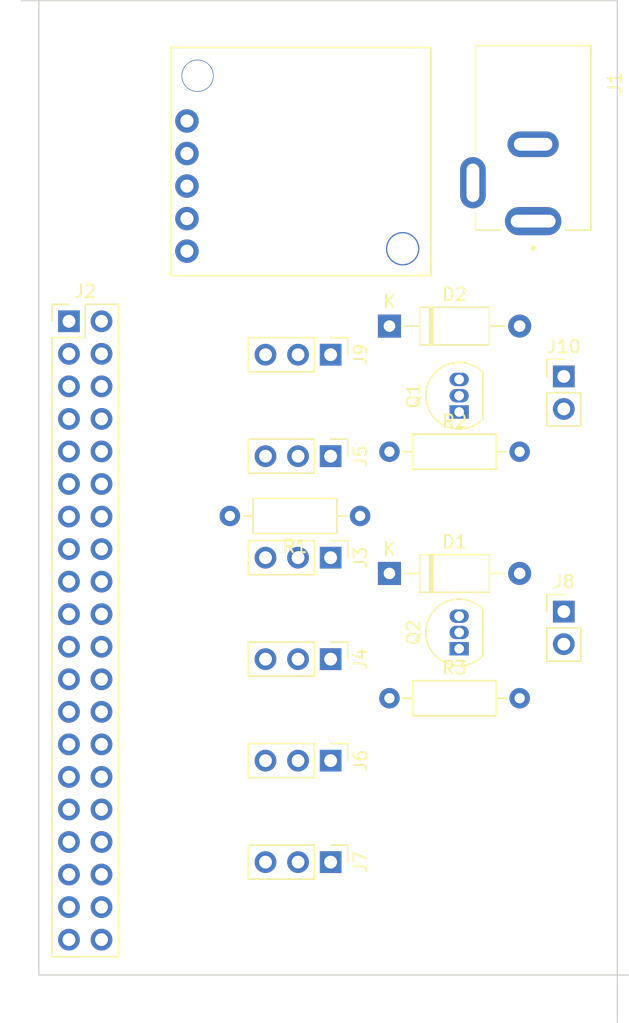
<source format=kicad_pcb>
(kicad_pcb (version 20211014) (generator pcbnew)
  (layers (0 "F.Cu" signal) (31 "B.Cu" signal) (34 "B.Paste" user) (35 "F.Paste" user) (36 "B.SilkS" user "B.Silkscreen") (37 "F.SilkS" user "F.Silkscreen") (38 "B.Mask" user) (39 "F.Mask" user) (44 "Edge.Cuts" user))
  (net 0 "")
  (net 1 "12V")
  (net 2 "3.3V")
  (net 3 "GND")
  (net 26 "Sensor_Data")
  (net 27 "5V")
  (net 28 "Filament_Detector")
  (net 29 "LED_Data")
  (net 30 "GPIO_17")
  (net 31 "GPIO_22")
  (net 32 "Net-(Q1-Pad2)")
  (net 33 "Fan_Control")
  (net 35 "Heat_Sink")
  (net 36 "Net-(Q2-Pad2)")
  (net 37 "Net-(J8-Pad1)")
  (net 38 "Net-(J10-Pad1)")
  (footprint "Package_TO_SOT_THT:TO-92_Inline" (layer "F.Cu") (at 154.792 61.058 90)
    (fp_text reference "Q1" (at 1.27 -3.56 90) (layer "F.SilkS"))
    (fp_text value "S8050")
    (fp_line (start -0.53 1.85) (end 3.07 1.85) (layer "F.SilkS") (width 0.12))
    (fp_arc (start -0.568478 1.838478) (mid -1.132087 -0.994977) (end 1.27 -2.6) (layer "F.SilkS") (width 0.12))
    (fp_arc (start 1.27 -2.6) (mid 3.672087 -0.994977) (end 3.108478 1.838478) (layer "F.SilkS") (width 0.12))
    (pad "1" thru_hole rect locked (at 0 0 90) (size 1.05 1.5) (drill 0.75) (layers *.Cu *.Mask) (net 3 "GND"))
    (pad "2" thru_hole oval locked (at 1.27 0 90) (size 1.05 1.5) (drill 0.75) (layers *.Cu *.Mask) (net 32 "Net-(Q1-Pad2)"))
    (pad "3" thru_hole oval locked (at 2.54 0 90) (size 1.05 1.5) (drill 0.75) (layers *.Cu *.Mask) (net 37 "Net-(J8-Pad1)"))
  )
  (footprint "Pololu:VoltageREG_2851" (layer "F.Cu") (at 142.434 41.518)
    (fp_text reference "U1" hide)
    (fp_text value "D24V550F5_Step_Down_Regulator" hide)
    (fp_line (start -10.15 8.9) (end -10.15 -8.9) (layer "F.SilkS") (width 0.127))
    (fp_line (start 10.15 8.9) (end -10.15 8.9) (layer "F.SilkS") (width 0.127))
    (fp_line (start 10.15 -8.9) (end 10.15 8.9) (layer "F.SilkS") (width 0.127))
    (fp_line (start -10.15 -8.9) (end 10.15 -8.9) (layer "F.SilkS") (width 0.127))
    (pad "0" thru_hole circle (at -8.88 -3.17) (size 1.836 1.836) (drill 1.02) (layers *.Cu *.Mask))
    (pad "1" thru_hole circle (at -8.88 -0.63) (size 1.836 1.836) (drill 1.02) (layers *.Cu *.Mask) (net 1 "12V"))
    (pad "2" thru_hole circle (at -8.88 1.91) (size 1.836 1.836) (drill 1.02) (layers *.Cu *.Mask) (net 3 "GND"))
    (pad "4" thru_hole circle (at -8.88 4.45) (size 1.836 1.836) (drill 1.02) (layers *.Cu *.Mask) (net 3 "GND"))
    (pad "5" thru_hole circle (at -8.88 6.99) (size 1.836 1.836) (drill 1.02) (layers *.Cu *.Mask) (net 27 "5V"))
    (pad "P1" thru_hole circle (at -8.05 -6.7) (size 2.5 2.5) (drill 2.4) (layers *.Cu *.Mask))
    (pad "P2" thru_hole circle (at 7.95 6.8) (size 2.6 2.6) (drill 2.4) (layers *.Cu *.Mask))
  )
  (footprint "Package_TO_SOT_THT:TO-92_Inline" (layer "F.Cu") (at 154.792 79.534 90)
    (fp_text reference "Q2" (at 1.27 -3.56 90) (layer "F.SilkS"))
    (fp_text value "S8050")
    (fp_line (start -0.53 1.85) (end 3.07 1.85) (layer "F.SilkS") (width 0.12))
    (fp_arc (start 1.27 -2.6) (mid 3.672087 -0.994977) (end 3.108478 1.838478) (layer "F.SilkS") (width 0.12))
    (fp_arc (start -0.568478 1.838478) (mid -1.132087 -0.994977) (end 1.27 -2.6) (layer "F.SilkS") (width 0.12))
    (pad "1" thru_hole rect locked (at 0 0 90) (size 1.05 1.5) (drill 0.75) (layers *.Cu *.Mask) (net 3 "GND"))
    (pad "2" thru_hole oval locked (at 1.27 0 90) (size 1.05 1.5) (drill 0.75) (layers *.Cu *.Mask) (net 36 "Net-(Q2-Pad2)"))
    (pad "3" thru_hole oval locked (at 2.54 0 90) (size 1.05 1.5) (drill 0.75) (layers *.Cu *.Mask) (net 38 "Net-(J10-Pad1)"))
  )
  (footprint "Connector_PinHeader_2.54mm:PinHeader_1x03_P2.54mm_Vertical" (layer "F.Cu") (at 144.763 80.3492 -90)
    (fp_text reference "J4" (at 0 -2.33 90) (layer "F.SilkS"))
    (fp_text value "Filament Detector")
    (fp_line (start -1.33 0) (end -1.33 -1.33) (layer "F.SilkS") (width 0.12))
    (fp_line (start 1.33 1.27) (end 1.33 6.41) (layer "F.SilkS") (width 0.12))
    (fp_line (start -1.33 1.27) (end -1.33 6.41) (layer "F.SilkS") (width 0.12))
    (fp_line (start -1.33 1.27) (end 1.33 1.27) (layer "F.SilkS") (width 0.12))
    (fp_line (start -1.33 6.41) (end 1.33 6.41) (layer "F.SilkS") (width 0.12))
    (fp_line (start -1.33 -1.33) (end 0 -1.33) (layer "F.SilkS") (width 0.12))
    (pad "1" thru_hole rect locked (at 0 0 270) (size 1.7 1.7) (drill 1) (layers *.Cu *.Mask) (net 3 "GND"))
    (pad "2" thru_hole oval locked (at 0 2.54 270) (size 1.7 1.7) (drill 1) (layers *.Cu *.Mask) (net 28 "Filament_Detector"))
    (pad "3" thru_hole oval locked (at 0 5.08 270) (size 1.7 1.7) (drill 1) (layers *.Cu *.Mask) (net 27 "5V"))
  )
  (footprint "Connector_PinHeader_2.54mm:PinHeader_1x03_P2.54mm_Vertical" (layer "F.Cu") (at 144.763 72.4288 -90)
    (fp_text reference "J3" (at 0 -2.33 90) (layer "F.SilkS"))
    (fp_text value "Temp Sensor")
    (fp_line (start 1.33 1.27) (end 1.33 6.41) (layer "F.SilkS") (width 0.12))
    (fp_line (start -1.33 1.27) (end 1.33 1.27) (layer "F.SilkS") (width 0.12))
    (fp_line (start -1.33 6.41) (end 1.33 6.41) (layer "F.SilkS") (width 0.12))
    (fp_line (start -1.33 -1.33) (end 0 -1.33) (layer "F.SilkS") (width 0.12))
    (fp_line (start -1.33 0) (end -1.33 -1.33) (layer "F.SilkS") (width 0.12))
    (fp_line (start -1.33 1.27) (end -1.33 6.41) (layer "F.SilkS") (width 0.12))
    (pad "1" thru_hole rect locked (at 0 0 270) (size 1.7 1.7) (drill 1) (layers *.Cu *.Mask) (net 3 "GND"))
    (pad "2" thru_hole oval locked (at 0 2.54 270) (size 1.7 1.7) (drill 1) (layers *.Cu *.Mask) (net 26 "Sensor_Data"))
    (pad "3" thru_hole oval locked (at 0 5.08 270) (size 1.7 1.7) (drill 1) (layers *.Cu *.Mask) (net 2 "3.3V"))
  )
  (footprint "Resistor_THT:R_Axial_DIN0207_L6.3mm_D2.5mm_P10.16mm_Horizontal" (layer "F.Cu") (at 147.064 69.174 180)
    (fp_text reference "R1" (at 5.08 -2.37) (layer "F.SilkS"))
    (fp_text value "4.7K")
    (fp_line (start 8.35 -1.37) (end 1.81 -1.37) (layer "F.SilkS") (width 0.12))
    (fp_line (start 1.81 -1.37) (end 1.81 1.37) (layer "F.SilkS") (width 0.12))
    (fp_line (start 1.04 0) (end 1.81 0) (layer "F.SilkS") (width 0.12))
    (fp_line (start 9.12 0) (end 8.35 0) (layer "F.SilkS") (width 0.12))
    (fp_line (start 1.81 1.37) (end 8.35 1.37) (layer "F.SilkS") (width 0.12))
    (fp_line (start 8.35 1.37) (end 8.35 -1.37) (layer "F.SilkS") (width 0.12))
    (pad "1" thru_hole circle locked (at 0 0 180) (size 1.6 1.6) (drill 0.8) (layers *.Cu *.Mask) (net 26 "Sensor_Data"))
    (pad "2" thru_hole oval locked (at 10.16 0 180) (size 1.6 1.6) (drill 0.8) (layers *.Cu *.Mask) (net 2 "3.3V"))
  )
  (footprint "Connector_PinHeader_2.54mm:PinHeader_1x03_P2.54mm_Vertical" (layer "F.Cu") (at 144.763 88.2696 -90)
    (fp_text reference "J6" (at 0 -2.33 90) (layer "F.SilkS"))
    (fp_text value "Future_5V")
    (fp_line (start -1.33 6.41) (end 1.33 6.41) (layer "F.SilkS") (width 0.12))
    (fp_line (start -1.33 1.27) (end 1.33 1.27) (layer "F.SilkS") (width 0.12))
    (fp_line (start 1.33 1.27) (end 1.33 6.41) (layer "F.SilkS") (width 0.12))
    (fp_line (start -1.33 1.27) (end -1.33 6.41) (layer "F.SilkS") (width 0.12))
    (fp_line (start -1.33 -1.33) (end 0 -1.33) (layer "F.SilkS") (width 0.12))
    (fp_line (start -1.33 0) (end -1.33 -1.33) (layer "F.SilkS") (width 0.12))
    (pad "1" thru_hole rect locked (at 0 0 270) (size 1.7 1.7) (drill 1) (layers *.Cu *.Mask) (net 3 "GND"))
    (pad "2" thru_hole oval locked (at 0 2.54 270) (size 1.7 1.7) (drill 1) (layers *.Cu *.Mask) (net 30 "GPIO_17"))
    (pad "3" thru_hole oval locked (at 0 5.08 270) (size 1.7 1.7) (drill 1) (layers *.Cu *.Mask) (net 27 "5V"))
  )
  (footprint "Connector_PinHeader_2.54mm:PinHeader_2x20_P2.54mm_Vertical" (layer "F.Cu") (at 124.348 53.98)
    (fp_text reference "J2" (at 1.27 -2.33) (layer "F.SilkS"))
    (fp_text value "Raspberry_Pi_2_3")
    (fp_line (start -1.33 1.27) (end 1.27 1.27) (layer "F.SilkS") (width 0.12))
    (fp_line (start -1.33 0) (end -1.33 -1.33) (layer "F.SilkS") (width 0.12))
    (fp_line (start 1.27 -1.33) (end 3.87 -1.33) (layer "F.SilkS") (width 0.12))
    (fp_line (start 1.27 1.27) (end 1.27 -1.33) (layer "F.SilkS") (width 0.12))
    (fp_line (start -1.33 1.27) (end -1.33 49.59) (layer "F.SilkS") (width 0.12))
    (fp_line (start -1.33 49.59) (end 3.87 49.59) (layer "F.SilkS") (width 0.12))
    (fp_line (start 3.87 -1.33) (end 3.87 49.59) (layer "F.SilkS") (width 0.12))
    (fp_line (start -1.33 -1.33) (end 0 -1.33) (layer "F.SilkS") (width 0.12))
    (pad "1" thru_hole rect locked (at 0 0) (size 1.7 1.7) (drill 1) (layers *.Cu *.Mask) (net 2 "3.3V"))
    (pad "2" thru_hole oval locked (at 2.54 0) (size 1.7 1.7) (drill 1) (layers *.Cu *.Mask) (net 27 "5V"))
    (pad "3" thru_hole oval locked (at 0 2.54) (size 1.7 1.7) (drill 1) (layers *.Cu *.Mask))
    (pad "4" thru_hole oval locked (at 2.54 2.54) (size 1.7 1.7) (drill 1) (layers *.Cu *.Mask) (net 27 "5V"))
    (pad "5" thru_hole oval locked (at 0 5.08) (size 1.7 1.7) (drill 1) (layers *.Cu *.Mask))
    (pad "6" thru_hole oval locked (at 2.54 5.08) (size 1.7 1.7) (drill 1) (layers *.Cu *.Mask) (net 3 "GND"))
    (pad "7" thru_hole oval locked (at 0 7.62) (size 1.7 1.7) (drill 1) (layers *.Cu *.Mask) (net 26 "Sensor_Data"))
    (pad "8" thru_hole oval locked (at 2.54 7.62) (size 1.7 1.7) (drill 1) (layers *.Cu *.Mask) (net 35 "Heat_Sink"))
    (pad "9" thru_hole oval locked (at 0 10.16) (size 1.7 1.7) (drill 1) (layers *.Cu *.Mask) (net 3 "GND"))
    (pad "10" thru_hole oval locked (at 2.54 10.16) (size 1.7 1.7) (drill 1) (layers *.Cu *.Mask))
    (pad "11" thru_hole oval locked (at 0 12.7) (size 1.7 1.7) (drill 1) (layers *.Cu *.Mask) (net 30 "GPIO_17"))
    (pad "12" thru_hole oval locked (at 2.54 12.7) (size 1.7 1.7) (drill 1) (layers *.Cu *.Mask))
    (pad "13" thru_hole oval locked (at 0 15.24) (size 1.7 1.7) (drill 1) (layers *.Cu *.Mask))
    (pad "14" thru_hole oval locked (at 2.54 15.24) (size 1.7 1.7) (drill 1) (layers *.Cu *.Mask) (net 3 "GND"))
    (pad "15" thru_hole oval locked (at 0 17.78) (size 1.7 1.7) (drill 1) (layers *.Cu *.Mask) (net 31 "GPIO_22"))
    (pad "16" thru_hole oval locked (at 2.54 17.78) (size 1.7 1.7) (drill 1) (layers *.Cu *.Mask))
    (pad "17" thru_hole oval locked (at 0 20.32) (size 1.7 1.7) (drill 1) (layers *.Cu *.Mask) (net 2 "3.3V"))
    (pad "18" thru_hole oval locked (at 2.54 20.32) (size 1.7 1.7) (drill 1) (layers *.Cu *.Mask))
    (pad "19" thru_hole oval locked (at 0 22.86) (size 1.7 1.7) (drill 1) (layers *.Cu *.Mask) (net 29 "LED_Data"))
    (pad "20" thru_hole oval locked (at 2.54 22.86) (size 1.7 1.7) (drill 1) (layers *.Cu *.Mask) (net 3 "GND"))
    (pad "21" thru_hole oval locked (at 0 25.4) (size 1.7 1.7) (drill 1) (layers *.Cu *.Mask))
    (pad "22" thru_hole oval locked (at 2.54 25.4) (size 1.7 1.7) (drill 1) (layers *.Cu *.Mask))
    (pad "23" thru_hole oval locked (at 0 27.94) (size 1.7 1.7) (drill 1) (layers *.Cu *.Mask))
    (pad "24" thru_hole oval locked (at 2.54 27.94) (size 1.7 1.7) (drill 1) (layers *.Cu *.Mask))
    (pad "25" thru_hole oval locked (at 0 30.48) (size 1.7 1.7) (drill 1) (layers *.Cu *.Mask) (net 3 "GND"))
    (pad "26" thru_hole oval locked (at 2.54 30.48) (size 1.7 1.7) (drill 1) (layers *.Cu *.Mask))
    (pad "27" thru_hole oval locked (at 0 33.02) (size 1.7 1.7) (drill 1) (layers *.Cu *.Mask))
    (pad "28" thru_hole oval locked (at 2.54 33.02) (size 1.7 1.7) (drill 1) (layers *.Cu *.Mask))
    (pad "29" thru_hole oval locked (at 0 35.56) (size 1.7 1.7) (drill 1) (layers *.Cu *.Mask))
    (pad "30" thru_hole oval locked (at 2.54 35.56) (size 1.7 1.7) (drill 1) (layers *.Cu *.Mask) (net 3 "GND"))
    (pad "31" thru_hole oval locked (at 0 38.1) (size 1.7 1.7) (drill 1) (layers *.Cu *.Mask))
    (pad "32" thru_hole oval locked (at 2.54 38.1) (size 1.7 1.7) (drill 1) (layers *.Cu *.Mask))
    (pad "33" thru_hole oval locked (at 0 40.64) (size 1.7 1.7) (drill 1) (layers *.Cu *.Mask))
    (pad "34" thru_hole oval locked (at 2.54 40.64) (size 1.7 1.7) (drill 1) (layers *.Cu *.Mask) (net 3 "GND"))
    (pad "35" thru_hole oval locked (at 0 43.18) (size 1.7 1.7) (drill 1) (layers *.Cu *.Mask))
    (pad "36" thru_hole oval locked (at 2.54 43.18) (size 1.7 1.7) (drill 1) (layers *.Cu *.Mask))
    (pad "37" thru_hole oval locked (at 0 45.72) (size 1.7 1.7) (drill 1) (layers *.Cu *.Mask))
    (pad "38" thru_hole oval locked (at 2.54 45.72) (size 1.7 1.7) (drill 1) (layers *.Cu *.Mask))
    (pad "39" thru_hole oval locked (at 0 48.26) (size 1.7 1.7) (drill 1) (layers *.Cu *.Mask) (net 3 "GND"))
    (pad "40" thru_hole oval locked (at 2.54 48.26) (size 1.7 1.7) (drill 1) (layers *.Cu *.Mask) (net 28 "Filament_Detector"))
  )
  (footprint "Diode_THT:D_A-405_P10.16mm_Horizontal" (layer "F.Cu") (at 149.352 54.356)
    (fp_text reference "D2" (at 5.08 -2.47) (layer "F.SilkS"))
    (fp_text value "DIODE")
    (fp_text user "K" (at 0 -1.9) (layer "F.SilkS"))
    (fp_line (start 3.14 -1.47) (end 3.14 1.47) (layer "F.SilkS") (width 0.12))
    (fp_line (start 1.14 0) (end 2.36 0) (layer "F.SilkS") (width 0.12))
    (fp_line (start 9.02 0) (end 7.8 0) (layer "F.SilkS") (width 0.12))
    (fp_line (start 3.38 -1.47) (end 3.38 1.47) (layer "F.SilkS") (width 0.12))
    (fp_line (start 2.36 1.47) (end 7.8 1.47) (layer "F.SilkS") (width 0.12))
    (fp_line (start 7.8 1.47) (end 7.8 -1.47) (layer "F.SilkS") (width 0.12))
    (fp_line (start 7.8 -1.47) (end 2.36 -1.47) (layer "F.SilkS") (width 0.12))
    (fp_line (start 3.26 -1.47) (end 3.26 1.47) (layer "F.SilkS") (width 0.12))
    (fp_line (start 2.36 -1.47) (end 2.36 1.47) (layer "F.SilkS") (width 0.12))
    (pad "1" thru_hole rect locked (at 0 0) (size 1.8 1.8) (drill 0.9) (layers *.Cu *.Mask) (net 3 "GND"))
    (pad "2" thru_hole oval locked (at 10.16 0) (size 1.8 1.8) (drill 0.9) (layers *.Cu *.Mask) (net 1 "12V"))
  )
  (footprint "Diode_THT:D_A-405_P10.16mm_Horizontal" (layer "F.Cu") (at 149.352 73.66)
    (fp_text reference "D1" (at 5.08 -2.47) (layer "F.SilkS"))
    (fp_text value "DIODE")
    (fp_text user "K" (at 0 -1.9) (layer "F.SilkS"))
    (fp_line (start 3.26 -1.47) (end 3.26 1.47) (layer "F.SilkS") (width 0.12))
    (fp_line (start 2.36 -1.47) (end 2.36 1.47) (layer "F.SilkS") (width 0.12))
    (fp_line (start 7.8 -1.47) (end 2.36 -1.47) (layer "F.SilkS") (width 0.12))
    (fp_line (start 9.02 0) (end 7.8 0) (layer "F.SilkS") (width 0.12))
    (fp_line (start 2.36 1.47) (end 7.8 1.47) (layer "F.SilkS") (width 0.12))
    (fp_line (start 7.8 1.47) (end 7.8 -1.47) (layer "F.SilkS") (width 0.12))
    (fp_line (start 3.14 -1.47) (end 3.14 1.47) (layer "F.SilkS") (width 0.12))
    (fp_line (start 1.14 0) (end 2.36 0) (layer "F.SilkS") (width 0.12))
    (fp_line (start 3.38 -1.47) (end 3.38 1.47) (layer "F.SilkS") (width 0.12))
    (pad "1" thru_hole rect locked (at 0 0) (size 1.8 1.8) (drill 0.9) (layers *.Cu *.Mask) (net 3 "GND"))
    (pad "2" thru_hole oval locked (at 10.16 0) (size 1.8 1.8) (drill 0.9) (layers *.Cu *.Mask) (net 1 "12V"))
  )
  (footprint "Connector_PinHeader_2.54mm:PinHeader_1x03_P2.54mm_Vertical" (layer "F.Cu") (at 144.763 64.5084 -90)
    (fp_text reference "J5" (at 0 -2.33 90) (layer "F.SilkS"))
    (fp_text value "Lights")
    (fp_line (start -1.33 -1.33) (end 0 -1.33) (layer "F.SilkS") (width 0.12))
    (fp_line (start -1.33 1.27) (end -1.33 6.41) (layer "F.SilkS") (width 0.12))
    (fp_line (start 1.33 1.27) (end 1.33 6.41) (layer "F.SilkS") (width 0.12))
    (fp_line (start -1.33 1.27) (end 1.33 1.27) (layer "F.SilkS") (width 0.12))
    (fp_line (start -1.33 0) (end -1.33 -1.33) (layer "F.SilkS") (width 0.12))
    (fp_line (start -1.33 6.41) (end 1.33 6.41) (layer "F.SilkS") (width 0.12))
    (pad "1" thru_hole rect locked (at 0 0 270) (size 1.7 1.7) (drill 1) (layers *.Cu *.Mask) (net 3 "GND"))
    (pad "2" thru_hole oval locked (at 0 2.54 270) (size 1.7 1.7) (drill 1) (layers *.Cu *.Mask) (net 29 "LED_Data"))
    (pad "3" thru_hole oval locked (at 0 5.08 270) (size 1.7 1.7) (drill 1) (layers *.Cu *.Mask) (net 27 "5V"))
  )
  (footprint "Custom:XKB_DC-005-5A-2.0" (layer "F.Cu") (at 160.564 40.166 -90)
    (fp_text reference "J1" (at -4.775 -6.385 90) (layer "F.SilkS"))
    (fp_text value "DC-005-5A-2.0")
    (fp_line (start 0.68 4.5) (end -7.7 4.5) (layer "F.SilkS") (width 0.127))
    (fp_line (start -7.7 -4.5) (end 6.7 -4.5) (layer "F.SilkS") (width 0.127))
    (fp_line (start -7.7 4.5) (end -7.7 -4.5) (layer "F.SilkS") (width 0.127))
    (fp_line (start 6.7 4.5) (end 5.32 4.5) (layer "F.SilkS") (width 0.127))
    (fp_line (start 6.7 -4.5) (end 6.7 -2.52) (layer "F.SilkS") (width 0.127))
    (fp_line (start 6.7 4.5) (end 6.7 2.52) (layer "F.SilkS") (width 0.127))
    (fp_circle (center 8.1 0) (end 8.2 0) (layer "F.SilkS") (width 0.2) (fill none))
    (pad "1" thru_hole oval (at 6 0 270) (size 2.2 4.4) (drill oval 1 3.5) (layers *.Cu *.Mask) (net 2 "3.3V"))
    (pad "2" thru_hole oval (at 0 0 270) (size 2 4) (drill oval 1 3) (layers *.Cu *.Mask) (net 3 "GND"))
    (pad "3" thru_hole oval (at 3 4.7 270) (size 4 2) (drill oval 3 1) (layers *.Cu *.Mask) (net 3 "GND"))
  )
  (footprint "Resistor_THT:R_Axial_DIN0207_L6.3mm_D2.5mm_P10.16mm_Horizontal" (layer "F.Cu") (at 149.352 83.398)
    (fp_text reference "R3" (at 5.08 -2.37) (layer "F.SilkS"))
    (fp_text value "4.7K")
    (fp_line (start 1.81 -1.37) (end 1.81 1.37) (layer "F.SilkS") (width 0.12))
    (fp_line (start 8.35 -1.37) (end 1.81 -1.37) (layer "F.SilkS") (width 0.12))
    (fp_line (start 9.12 0) (end 8.35 0) (layer "F.SilkS") (width 0.12))
    (fp_line (start 1.81 1.37) (end 8.35 1.37) (layer "F.SilkS") (width 0.12))
    (fp_line (start 8.35 1.37) (end 8.35 -1.37) (layer "F.SilkS") (width 0.12))
    (fp_line (start 1.04 0) (end 1.81 0) (layer "F.SilkS") (width 0.12))
    (pad "1" thru_hole circle locked (at 0 0) (size 1.6 1.6) (drill 0.8) (layers *.Cu *.Mask) (net 33 "Fan_Control"))
    (pad "2" thru_hole oval locked (at 10.16 0) (size 1.6 1.6) (drill 0.8) (layers *.Cu *.Mask) (net 36 "Net-(Q2-Pad2)"))
  )
  (footprint "Connector_PinHeader_2.54mm:PinHeader_1x02_P2.54mm_Vertical" (layer "F.Cu") (at 162.956 58.284)
    (fp_text reference "J10" (at 0 -2.33) (layer "F.SilkS"))
    (fp_text value "Fan2")
    (fp_line (start -1.33 -1.33) (end 0 -1.33) (layer "F.SilkS") (width 0.12))
    (fp_line (start -1.33 1.27) (end -1.33 3.87) (layer "F.SilkS") (width 0.12))
    (fp_line (start 1.33 1.27) (end 1.33 3.87) (layer "F.SilkS") (width 0.12))
    (fp_line (start -1.33 1.27) (end 1.33 1.27) (layer "F.SilkS") (width 0.12))
    (fp_line (start -1.33 3.87) (end 1.33 3.87) (layer "F.SilkS") (width 0.12))
    (fp_line (start -1.33 0) (end -1.33 -1.33) (layer "F.SilkS") (width 0.12))
    (pad "1" thru_hole rect locked (at 0 0) (size 1.7 1.7) (drill 1) (layers *.Cu *.Mask) (net 38 "Net-(J10-Pad1)"))
    (pad "2" thru_hole oval locked (at 0 2.54) (size 1.7 1.7) (drill 1) (layers *.Cu *.Mask) (net 1 "12V"))
  )
  (footprint "Connector_PinHeader_2.54mm:PinHeader_1x03_P2.54mm_Vertical" (layer "F.Cu") (at 144.763 96.19 -90)
    (fp_text reference "J7" (at 0 -2.33 90) (layer "F.SilkS"))
    (fp_text value "Future_3.3V")
    (fp_line (start -1.33 -1.33) (end 0 -1.33) (layer "F.SilkS") (width 0.12))
    (fp_line (start 1.33 1.27) (end 1.33 6.41) (layer "F.SilkS") (width 0.12))
    (fp_line (start -1.33 6.41) (end 1.33 6.41) (layer "F.SilkS") (width 0.12))
    (fp_line (start -1.33 1.27) (end -1.33 6.41) (layer "F.SilkS") (width 0.12))
    (fp_line (start -1.33 0) (end -1.33 -1.33) (layer "F.SilkS") (width 0.12))
    (fp_line (start -1.33 1.27) (end 1.33 1.27) (layer "F.SilkS") (width 0.12))
    (pad "1" thru_hole rect locked (at 0 0 270) (size 1.7 1.7) (drill 1) (layers *.Cu *.Mask) (net 3 "GND"))
    (pad "2" thru_hole oval locked (at 0 2.54 270) (size 1.7 1.7) (drill 1) (layers *.Cu *.Mask) (net 31 "GPIO_22"))
    (pad "3" thru_hole oval locked (at 0 5.08 270) (size 1.7 1.7) (drill 1) (layers *.Cu *.Mask) (net 2 "3.3V"))
  )
  (footprint "Connector_PinHeader_2.54mm:PinHeader_1x02_P2.54mm_Vertical" (layer "F.Cu") (at 162.956 76.638)
    (fp_text reference "J8" (at 0 -2.33) (layer "F.SilkS"))
    (fp_text value "Fan1")
    (fp_line (start -1.33 3.87) (end 1.33 3.87) (layer "F.SilkS") (width 0.12))
    (fp_line (start -1.33 0) (end -1.33 -1.33) (layer "F.SilkS") (width 0.12))
    (fp_line (start -1.33 -1.33) (end 0 -1.33) (layer "F.SilkS") (width 0.12))
    (fp_line (start -1.33 1.27) (end 1.33 1.27) (layer "F.SilkS") (width 0.12))
    (fp_line (start -1.33 1.27) (end -1.33 3.87) (layer "F.SilkS") (width 0.12))
    (fp_line (start 1.33 1.27) (end 1.33 3.87) (layer "F.SilkS") (width 0.12))
    (pad "1" thru_hole rect locked (at 0 0) (size 1.7 1.7) (drill 1) (layers *.Cu *.Mask) (net 37 "Net-(J8-Pad1)"))
    (pad "2" thru_hole oval locked (at 0 2.54) (size 1.7 1.7) (drill 1) (layers *.Cu *.Mask) (net 1 "12V"))
  )
  (footprint "Resistor_THT:R_Axial_DIN0207_L6.3mm_D2.5mm_P10.16mm_Horizontal" (layer "F.Cu") (at 149.352 64.16)
    (fp_text reference "R2" (at 5.08 -2.37) (layer "F.SilkS"))
    (fp_text value "4.7K")
    (fp_line (start 8.35 1.37) (end 8.35 -1.37) (layer "F.SilkS") (width 0.12))
    (fp_line (start 8.35 -1.37) (end 1.81 -1.37) (layer "F.SilkS") (width 0.12))
    (fp_line (start 1.04 0) (end 1.81 0) (layer "F.SilkS") (width 0.12))
    (fp_line (start 9.12 0) (end 8.35 0) (layer "F.SilkS") (width 0.12))
    (fp_line (start 1.81 -1.37) (end 1.81 1.37) (layer "F.SilkS") (width 0.12))
    (fp_line (start 1.81 1.37) (end 8.35 1.37) (layer "F.SilkS") (width 0.12))
    (pad "1" thru_hole circle locked (at 0 0) (size 1.6 1.6) (drill 0.8) (layers *.Cu *.Mask) (net 33 "Fan_Control"))
    (pad "2" thru_hole oval locked (at 10.16 0) (size 1.6 1.6) (drill 0.8) (layers *.Cu *.Mask) (net 32 "Net-(Q1-Pad2)"))
  )
  (footprint "Connector_PinHeader_2.54mm:PinHeader_1x03_P2.54mm_Vertical" (layer "F.Cu") (at 144.763 56.588 -90)
    (fp_text reference "J9" (at 0 -2.33 90) (layer "F.SilkS"))
    (fp_text value "Heat Sink Fan")
    (fp_line (start -1.33 -1.33) (end 0 -1.33) (layer "F.SilkS") (width 0.12))
    (fp_line (start -1.33 6.41) (end 1.33 6.41) (layer "F.SilkS") (width 0.12))
    (fp_line (start -1.33 0) (end -1.33 -1.33) (layer "F.SilkS") (width 0.12))
    (fp_line (start -1.33 1.27) (end -1.33 6.41) (layer "F.SilkS") (width 0.12))
    (fp_line (start 1.33 1.27) (end 1.33 6.41) (layer "F.SilkS") (width 0.12))
    (fp_line (start -1.33 1.27) (end 1.33 1.27) (layer "F.SilkS") (width 0.12))
    (pad "1" thru_hole rect locked (at 0 0 270) (size 1.7 1.7) (drill 1) (layers *.Cu *.Mask) (net 3 "GND"))
    (pad "2" thru_hole oval locked (at 0 2.54 270) (size 1.7 1.7) (drill 1) (layers *.Cu *.Mask) (net 35 "Heat_Sink"))
    (pad "3" thru_hole oval locked (at 0 5.08 270) (size 1.7 1.7) (drill 1) (layers *.Cu *.Mask) (net 27 "5V"))
  )
  (gr_line (start 168 105) (end 122 105) (layer "Edge.Cuts") (width 0.1))
  (gr_line (start 120.65 28.956) (end 167.132 28.956) (layer "Edge.Cuts") (width 0.1))
  (gr_line (start 167.132 28.956) (end 167.132 108.712) (layer "Edge.Cuts") (width 0.1))
  (gr_line (start 122 105) (end 122 29) (layer "Edge.Cuts") (width 0.1))
)
</source>
